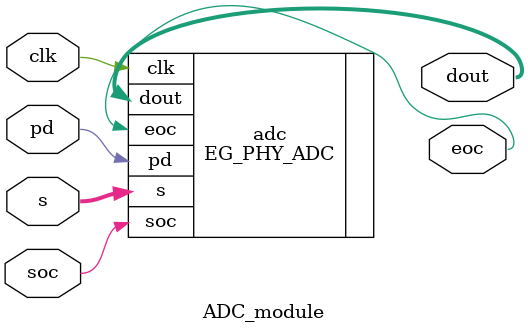
<source format=v>

`timescale 1ns / 1ps
module ADC_module  // ADC_module.v(14)
  (
  clk,
  pd,
  s,
  soc,
  dout,
  eoc
  );

  input clk;  // ADC_module.v(18)
  input pd;  // ADC_module.v(19)
  input [2:0] s;  // ADC_module.v(20)
  input soc;  // ADC_module.v(21)
  output [11:0] dout;  // ADC_module.v(16)
  output eoc;  // ADC_module.v(15)


  EG_PHY_ADC #(
    .CH0("DISABLE"),
    .CH1("DISABLE"),
    .CH2("DISABLE"),
    .CH3("DISABLE"),
    .CH4("DISABLE"),
    .CH5("DISABLE"),
    .CH6("ENABLE"),
    .CH7("DISABLE"),
    .VREF("DISABLE"))
    adc (
    .clk(clk),
    .pd(pd),
    .s(s),
    .soc(soc),
    .dout(dout),
    .eoc(eoc));  // ADC_module.v(25)
  EG_PHY_CONFIG #(
    .DONE_PERSISTN("ENABLE"),
    .INIT_PERSISTN("ENABLE"),
    .JTAG_PERSISTN("DISABLE"),
    .PROGRAMN_PERSISTN("DISABLE"))
    config_inst ();

endmodule 


</source>
